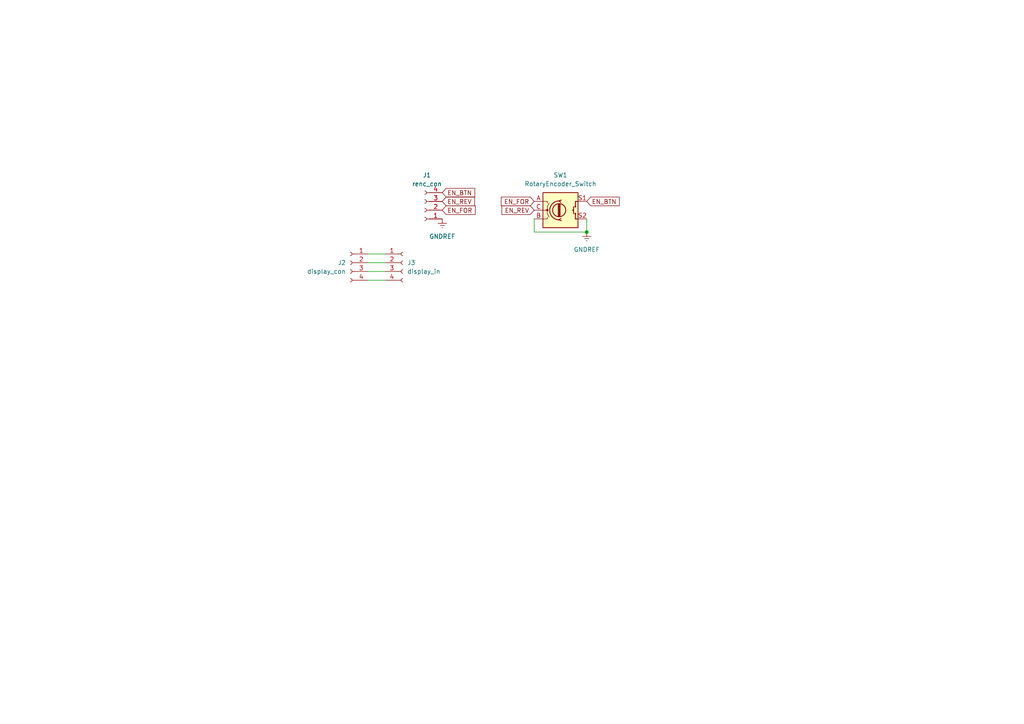
<source format=kicad_sch>
(kicad_sch (version 20231120) (generator "eeschema") (generator_version "8.0")
  (paper "A4")
  (lib_symbols
    (symbol "Conn_01x04_Socket_1" (pin_names (offset 1.016) hide)
      (property "Reference" "J2" (at 1.27 0.0001 0))
      (property "Value" "display_con" (at 1.27 -2.5399 0))
      (symbol "Conn_01x04_Socket_1_1_1"
        (arc (start 0 -4.572) (mid -0.5058 -5.08) (end 0 -5.588) (stroke (width 0.1524)))
        (arc (start 0 -2.032) (mid -0.5058 -2.54) (end 0 -3.048) (stroke (width 0.1524)))
        (polyline (pts (xy -1.27 -5.08) (xy -0.508 -5.08)) (stroke (width 0.1524)))
        (polyline (pts (xy -1.27 -2.54) (xy -0.508 -2.54)) (stroke (width 0.1524)))
        (polyline (pts (xy -1.27 0) (xy -0.508 0)) (stroke (width 0.1524)))
        (polyline (pts (xy -1.27 2.54) (xy -0.508 2.54)) (stroke (width 0.1524)))
        (arc (start 0 0.508) (mid -0.5058 0) (end 0 -0.508) (stroke (width 0.1524)))
        (arc (start 0 3.048) (mid -0.5058 2.54) (end 0 2.032) (stroke (width 0.1524)))
        (pin passive line (at -5.08 2.54 0) (length 3.81) (name "gnd") (number "1"))
        (pin passive line (at -5.08 0 0) (length 3.81) (name "3v3") (number "2"))
        (pin passive line (at -5.08 -2.54 0) (length 3.81) (name "scl") (number "3"))
        (pin passive line (at -5.08 -5.08 0) (length 3.81) (name "sda") (number "4"))
      )
    )
    (symbol "Connector:Conn_01x04_Socket" (pin_names (offset 1.016) hide)
      (property "Reference" "J" (at 0 5.08 0))
      (property "Value" "Conn_01x04_Socket" (at 0 -7.62 0))
      (symbol "Conn_01x04_Socket_1_1"
        (arc (start 0 -4.572) (mid -0.5058 -5.08) (end 0 -5.588) (stroke (width 0.1524)))
        (arc (start 0 -2.032) (mid -0.5058 -2.54) (end 0 -3.048) (stroke (width 0.1524)))
        (polyline (pts (xy -1.27 -5.08) (xy -0.508 -5.08)) (stroke (width 0.1524)))
        (polyline (pts (xy -1.27 -2.54) (xy -0.508 -2.54)) (stroke (width 0.1524)))
        (polyline (pts (xy -1.27 0) (xy -0.508 0)) (stroke (width 0.1524)))
        (polyline (pts (xy -1.27 2.54) (xy -0.508 2.54)) (stroke (width 0.1524)))
        (arc (start 0 0.508) (mid -0.5058 0) (end 0 -0.508) (stroke (width 0.1524)))
        (arc (start 0 3.048) (mid -0.5058 2.54) (end 0 2.032) (stroke (width 0.1524)))
        (pin passive line (at -5.08 2.54 0) (length 3.81) (name "Pin_1") (number "1"))
        (pin passive line (at -5.08 0 0) (length 3.81) (name "Pin_2") (number "2"))
        (pin passive line (at -5.08 -2.54 0) (length 3.81) (name "Pin_3") (number "3"))
        (pin passive line (at -5.08 -5.08 0) (length 3.81) (name "Pin_4") (number "4"))
      )
    )
    (symbol "Device:RotaryEncoder_Switch" (pin_names (offset 0.254) hide)
      (property "Reference" "SW" (at 0 6.604 0))
      (property "Value" "RotaryEncoder_Switch" (at 0 -6.604 0))
      (symbol "RotaryEncoder_Switch_0_1"
        (rectangle (start -5.08 5.08) (end 5.08 -5.08) (stroke (width 0.254)) (fill (type background)))
        (circle (center -3.81 0) (radius 0.254) (fill (type outline)))
        (circle (center -0.381 0) (radius 1.905) (stroke (width 0.254)))
        (arc (start -0.381 2.667) (mid -3.0988 -0.0635) (end -0.381 -2.794) (stroke (width 0.254)))
        (polyline (pts (xy -0.635 -1.778) (xy -0.635 1.778)) (stroke (width 0.254)))
        (polyline (pts (xy -0.381 -1.778) (xy -0.381 1.778)) (stroke (width 0.254)))
        (polyline (pts (xy -0.127 1.778) (xy -0.127 -1.778)) (stroke (width 0.254)))
        (polyline (pts (xy 3.81 0) (xy 3.429 0)) (stroke (width 0.254)))
        (polyline (pts (xy 3.81 1.016) (xy 3.81 -1.016)) (stroke (width 0.254)))
        (polyline (pts (xy -5.08 -2.54) (xy -3.81 -2.54) (xy -3.81 -2.032)))
        (polyline (pts (xy -5.08 2.54) (xy -3.81 2.54) (xy -3.81 2.032)))
        (polyline (pts (xy 0.254 -3.048) (xy -0.508 -2.794) (xy 0.127 -2.413)) (stroke (width 0.254)))
        (polyline (pts (xy 0.254 2.921) (xy -0.508 2.667) (xy 0.127 2.286)) (stroke (width 0.254)))
        (polyline (pts (xy 5.08 -2.54) (xy 4.318 -2.54) (xy 4.318 -1.016)) (stroke (width 0.254)))
        (polyline (pts (xy 5.08 2.54) (xy 4.318 2.54) (xy 4.318 1.016)) (stroke (width 0.254)))
        (polyline (pts (xy -5.08 0) (xy -3.81 0) (xy -3.81 -1.016) (xy -3.302 -2.032)))
        (polyline (pts (xy -4.318 0) (xy -3.81 0) (xy -3.81 1.016) (xy -3.302 2.032)))
        (circle (center 4.318 -1.016) (radius 0.127) (stroke (width 0.254)))
        (circle (center 4.318 1.016) (radius 0.127) (stroke (width 0.254)))
      )
      (symbol "RotaryEncoder_Switch_1_1"
        (pin passive line (at -7.62 2.54 0) (length 2.54) (name "A") (number "A"))
        (pin passive line (at -7.62 -2.54 0) (length 2.54) (name "B") (number "B"))
        (pin passive line (at -7.62 0 0) (length 2.54) (name "C") (number "C"))
        (pin passive line (at 7.62 2.54 180) (length 2.54) (name "S1") (number "S1"))
        (pin passive line (at 7.62 -2.54 180) (length 2.54) (name "S2") (number "S2"))
      )
    )
    (symbol "power:GNDREF" (power) (pin_names (offset 0))
      (property "Value" "GNDREF" (at 0 -3.81 0))
      (symbol "GNDREF_0_1"
        (polyline (pts (xy -0.635 -1.905) (xy 0.635 -1.905)))
        (polyline (pts (xy -0.127 -2.54) (xy 0.127 -2.54)))
        (polyline (pts (xy 0 -1.27) (xy 0 0)))
        (polyline (pts (xy 1.27 -1.27) (xy -1.27 -1.27)))
      )
      (symbol "GNDREF_1_1"
        (pin power_in line (at 0 0 270) (length 0) hide (name "GNDREF") (number "1"))
      )
    )
  )
  (junction (at 170.18 67.31))
  (wire (pts (xy 170.18 67.31) (xy 170.18 63.5)))
  (wire (pts (xy 111.76 73.66) (xy 106.68 73.66)))
  (wire (pts (xy 111.76 76.2) (xy 106.68 76.2)))
  (wire (pts (xy 154.94 63.5) (xy 154.94 67.31)))
  (wire (pts (xy 111.76 78.74) (xy 106.68 78.74)))
  (wire (pts (xy 154.94 67.31) (xy 170.18 67.31)))
  (wire (pts (xy 111.76 81.28) (xy 106.68 81.28)))
  (global_label "EN_REV" (shape input) (at 154.94 60.96 180) (property "Intersheetrefs" "${INTERSHEET_REFS}" (effects (hide yes))))
  (global_label "EN_REV" (shape input) (at 128.27 58.42 0) (property "Intersheetrefs" "${INTERSHEET_REFS}" (effects (hide yes))))
  (global_label "EN_BTN" (shape input) (at 170.18 58.42 0) (property "Intersheetrefs" "${INTERSHEET_REFS}" (effects (hide yes))))
  (global_label "EN_FOR" (shape input) (at 128.27 60.96 0) (property "Intersheetrefs" "${INTERSHEET_REFS}" (effects (hide yes))))
  (global_label "EN_FOR" (shape input) (at 154.94 58.42 180) (property "Intersheetrefs" "${INTERSHEET_REFS}" (effects (hide yes))))
  (global_label "EN_BTN" (shape input) (at 128.27 55.88 0) (property "Intersheetrefs" "${INTERSHEET_REFS}" (effects (hide yes))))
  (symbol (lib_name "Conn_01x04_Socket_1") (lib_id "Connector:Conn_01x04_Socket") (at 101.6 76.2 0) (mirror y) (unit 1)
    (property "Reference" "J2" (at 100.33 76.1999 0) (effects (justify left)))
    (property "Value" "display_con" (at 100.33 78.7399 0) (effects (justify left)))
    (property "Footprint" "Connector_PinHeader_2.54mm:PinHeader_1x04_P2.54mm_Vertical" (effects (hide yes)))
    (property "Description" "Generic connector, single row, 01x04, script generated" (effects (hide yes)))
  )
  (symbol (lib_id "Connector:Conn_01x04_Socket") (at 123.19 60.96 180) (unit 1)
    (property "Reference" "J1" (at 123.825 50.8 0))
    (property "Value" "renc_con" (at 123.825 53.34 0))
    (property "Footprint" "Connector_PinHeader_2.54mm:PinHeader_1x04_P2.54mm_Vertical" (effects (hide yes)))
    (property "Description" "Generic connector, single row, 01x04, script generated" (effects (hide yes)))
  )
  (symbol (lib_id "power:GNDREF") (at 170.18 67.31 0) (mirror y) (unit 1)
    (property "Reference" "#PWR02" (effects (hide yes)))
    (property "Value" "GNDREF" (at 170.18 72.39 0))
  )
  (symbol (lib_id "power:GNDREF") (at 128.27 63.5 0) (mirror y) (unit 1)
    (property "Reference" "#PWR01" (effects (hide yes)))
    (property "Value" "GNDREF" (at 128.27 68.58 0))
  )
  (symbol (lib_id "Device:RotaryEncoder_Switch") (at 162.56 60.96 0) (unit 1)
    (property "Reference" "SW1" (at 162.56 50.8 0))
    (property "Value" "RotaryEncoder_Switch" (at 162.56 53.34 0))
    (property "Footprint" "Rotary_Encoder:RotaryEncoder_Bourns_Vertical_PEC12R-3x17F-Sxxxx" (effects (hide yes)))
    (property "Description" "Rotary encoder, dual channel, incremental quadrate outputs, with switch" (effects (hide yes)))
  )
  (symbol (lib_id "Connector:Conn_01x04_Socket") (at 116.84 76.2 0) (unit 1)
    (property "Reference" "J3" (at 118.11 76.1999 0) (effects (justify left)))
    (property "Value" "display_in" (at 118.11 78.7399 0) (effects (justify left)))
    (property "Footprint" "ledscreen:128x64OLED" (effects (hide yes)))
    (property "Description" "Generic connector, single row, 01x04, script generated" (effects (hide yes)))
  )
)
</source>
